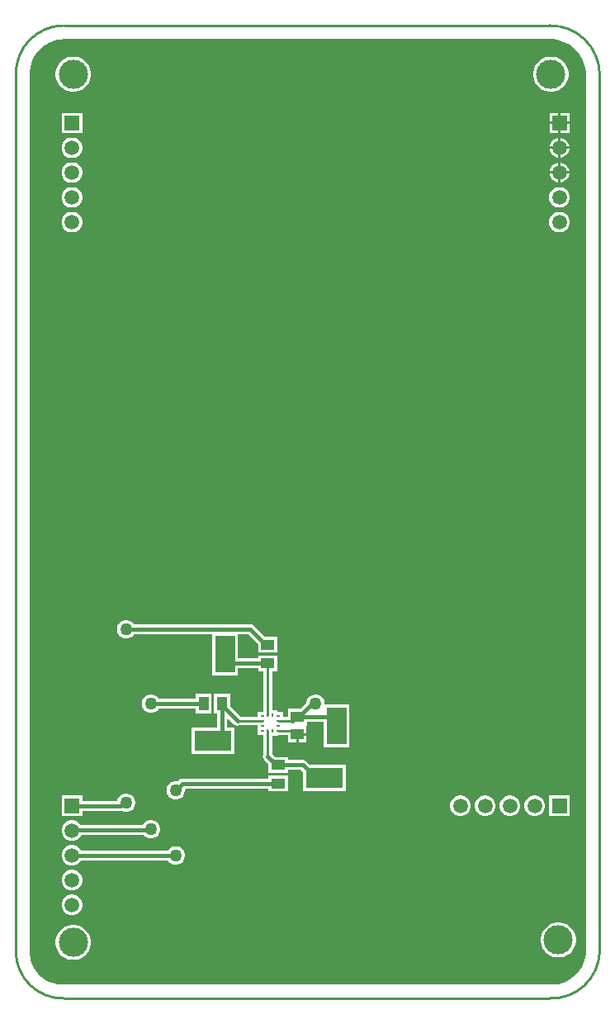
<source format=gtl>
G04*
G04 #@! TF.GenerationSoftware,Altium Limited,Altium Designer,22.6.1 (34)*
G04*
G04 Layer_Physical_Order=1*
G04 Layer_Color=255*
%FSLAX25Y25*%
%MOIN*%
G70*
G04*
G04 #@! TF.SameCoordinates,77978B21-DC67-4B61-947D-8792CEF4CC07*
G04*
G04*
G04 #@! TF.FilePolarity,Positive*
G04*
G01*
G75*
%ADD12C,0.01000*%
%ADD13R,0.07992X0.14961*%
%ADD14R,0.14961X0.07992*%
%ADD15R,0.05433X0.04331*%
%ADD16R,0.01102X0.01614*%
%ADD17R,0.01614X0.01102*%
%ADD18R,0.03976X0.05433*%
%ADD19R,0.05433X0.03976*%
%ADD30C,0.01500*%
%ADD31R,0.05906X0.05906*%
%ADD32C,0.05906*%
%ADD33R,0.05906X0.05906*%
%ADD34C,0.11811*%
%ADD35C,0.05000*%
G36*
X19980Y388157D02*
X216035Y388156D01*
X216067Y388160D01*
X216098Y388157D01*
X217050Y388168D01*
X218923Y387945D01*
X220751Y387480D01*
X222503Y386780D01*
X224148Y385857D01*
X225658Y384728D01*
X227009Y383411D01*
X228176Y381929D01*
X229139Y380308D01*
X229883Y378574D01*
X230394Y376758D01*
X230664Y374892D01*
X230676Y373981D01*
Y19793D01*
X230644Y18981D01*
X230336Y17186D01*
X229796Y15446D01*
X229034Y13791D01*
X228062Y12249D01*
X226898Y10848D01*
X225561Y9611D01*
X224074Y8558D01*
X222462Y7709D01*
X220753Y7077D01*
X218976Y6674D01*
X217162Y6505D01*
X216251Y6540D01*
X216155Y6531D01*
X216058Y6544D01*
X19685Y6545D01*
X19652Y6540D01*
X19619Y6544D01*
X18734Y6532D01*
X16991Y6739D01*
X15290Y7170D01*
X13659Y7821D01*
X12128Y8678D01*
X10721Y9728D01*
X9463Y10953D01*
X8376Y12331D01*
X7478Y13839D01*
X6785Y15452D01*
X6308Y17141D01*
X6056Y18878D01*
X6044Y19722D01*
Y374016D01*
X6040Y374048D01*
X6044Y374080D01*
X6033Y375000D01*
X6247Y376808D01*
X6696Y378573D01*
X7371Y380263D01*
X8262Y381852D01*
X9352Y383311D01*
X10623Y384614D01*
X12053Y385741D01*
X13618Y386672D01*
X15291Y387390D01*
X17044Y387884D01*
X18846Y388145D01*
X19756Y388157D01*
X19863Y388172D01*
X19980Y388157D01*
D02*
G37*
%LPC*%
G36*
X217235Y381121D02*
X215836D01*
X214463Y380848D01*
X213170Y380313D01*
X212006Y379535D01*
X211016Y378545D01*
X210239Y377381D01*
X209703Y376088D01*
X209430Y374716D01*
Y373316D01*
X209703Y371943D01*
X210239Y370650D01*
X211016Y369486D01*
X212006Y368496D01*
X213170Y367719D01*
X214463Y367183D01*
X215836Y366910D01*
X217235D01*
X218608Y367183D01*
X219901Y367719D01*
X221065Y368496D01*
X222055Y369486D01*
X222832Y370650D01*
X223368Y371943D01*
X223641Y373316D01*
Y374716D01*
X223368Y376088D01*
X222832Y377381D01*
X222055Y378545D01*
X221065Y379535D01*
X219901Y380313D01*
X218608Y380848D01*
X217235Y381121D01*
D02*
G37*
G36*
X24322D02*
X22922D01*
X21549Y380848D01*
X20256Y380313D01*
X19093Y379535D01*
X18103Y378545D01*
X17325Y377381D01*
X16790Y376088D01*
X16517Y374716D01*
Y373316D01*
X16790Y371943D01*
X17325Y370650D01*
X18103Y369486D01*
X19093Y368496D01*
X20256Y367719D01*
X21549Y367183D01*
X22922Y366910D01*
X24322D01*
X25695Y367183D01*
X26988Y367719D01*
X28152Y368496D01*
X29141Y369486D01*
X29919Y370650D01*
X30454Y371943D01*
X30728Y373316D01*
Y374716D01*
X30454Y376088D01*
X29919Y377381D01*
X29141Y378545D01*
X28152Y379535D01*
X26988Y380313D01*
X25695Y380848D01*
X24322Y381121D01*
D02*
G37*
G36*
X223925Y358283D02*
X220472D01*
Y354831D01*
X223925D01*
Y358283D01*
D02*
G37*
G36*
X219472D02*
X216020D01*
Y354831D01*
X219472D01*
Y358283D01*
D02*
G37*
G36*
X223925Y353831D02*
X220472D01*
Y350378D01*
X223925D01*
Y353831D01*
D02*
G37*
G36*
X219472D02*
X216020D01*
Y350378D01*
X219472D01*
Y353831D01*
D02*
G37*
G36*
X27275Y358484D02*
X18969D01*
Y350178D01*
X27275D01*
Y358484D01*
D02*
G37*
G36*
X220493Y348284D02*
X220472D01*
Y344831D01*
X223925D01*
Y344851D01*
X223656Y345856D01*
X223135Y346758D01*
X222399Y347494D01*
X221498Y348014D01*
X220493Y348284D01*
D02*
G37*
G36*
X219472D02*
X219452D01*
X218447Y348014D01*
X217545Y347494D01*
X216810Y346758D01*
X216289Y345856D01*
X216020Y344851D01*
Y344831D01*
X219472D01*
Y348284D01*
D02*
G37*
G36*
X223925Y343831D02*
X220472D01*
Y340378D01*
X220493D01*
X221498Y340647D01*
X222399Y341168D01*
X223135Y341904D01*
X223656Y342805D01*
X223925Y343810D01*
Y343831D01*
D02*
G37*
G36*
X219472D02*
X216020D01*
Y343810D01*
X216289Y342805D01*
X216810Y341904D01*
X217545Y341168D01*
X218447Y340647D01*
X219452Y340378D01*
X219472D01*
Y343831D01*
D02*
G37*
G36*
X23669Y348483D02*
X22575D01*
X21519Y348200D01*
X20572Y347654D01*
X19799Y346881D01*
X19252Y345934D01*
X18969Y344877D01*
Y343784D01*
X19252Y342728D01*
X19799Y341781D01*
X20572Y341008D01*
X21519Y340461D01*
X22575Y340178D01*
X23669D01*
X24725Y340461D01*
X25672Y341008D01*
X26445Y341781D01*
X26992Y342728D01*
X27275Y343784D01*
Y344877D01*
X26992Y345934D01*
X26445Y346881D01*
X25672Y347654D01*
X24725Y348200D01*
X23669Y348483D01*
D02*
G37*
G36*
X220493Y338283D02*
X220472D01*
Y334831D01*
X223925D01*
Y334851D01*
X223656Y335856D01*
X223135Y336758D01*
X222399Y337494D01*
X221498Y338014D01*
X220493Y338283D01*
D02*
G37*
G36*
X219472D02*
X219452D01*
X218447Y338014D01*
X217545Y337494D01*
X216810Y336758D01*
X216289Y335856D01*
X216020Y334851D01*
Y334831D01*
X219472D01*
Y338283D01*
D02*
G37*
G36*
X223925Y333831D02*
X220472D01*
Y330378D01*
X220493D01*
X221498Y330647D01*
X222399Y331168D01*
X223135Y331904D01*
X223656Y332805D01*
X223925Y333810D01*
Y333831D01*
D02*
G37*
G36*
X219472D02*
X216020D01*
Y333810D01*
X216289Y332805D01*
X216810Y331904D01*
X217545Y331168D01*
X218447Y330647D01*
X219452Y330378D01*
X219472D01*
Y333831D01*
D02*
G37*
G36*
X23669Y338484D02*
X22575D01*
X21519Y338200D01*
X20572Y337654D01*
X19799Y336881D01*
X19252Y335934D01*
X18969Y334877D01*
Y333784D01*
X19252Y332728D01*
X19799Y331781D01*
X20572Y331008D01*
X21519Y330461D01*
X22575Y330178D01*
X23669D01*
X24725Y330461D01*
X25672Y331008D01*
X26445Y331781D01*
X26992Y332728D01*
X27275Y333784D01*
Y334877D01*
X26992Y335934D01*
X26445Y336881D01*
X25672Y337654D01*
X24725Y338200D01*
X23669Y338484D01*
D02*
G37*
G36*
X220519Y328484D02*
X219426D01*
X218370Y328201D01*
X217423Y327654D01*
X216649Y326881D01*
X216103Y325934D01*
X215820Y324877D01*
Y323784D01*
X216103Y322728D01*
X216649Y321781D01*
X217423Y321008D01*
X218370Y320461D01*
X219426Y320178D01*
X220519D01*
X221575Y320461D01*
X222522Y321008D01*
X223295Y321781D01*
X223842Y322728D01*
X224125Y323784D01*
Y324877D01*
X223842Y325934D01*
X223295Y326881D01*
X222522Y327654D01*
X221575Y328201D01*
X220519Y328484D01*
D02*
G37*
G36*
X23669D02*
X22575D01*
X21519Y328201D01*
X20572Y327654D01*
X19799Y326881D01*
X19252Y325934D01*
X18969Y324877D01*
Y323784D01*
X19252Y322728D01*
X19799Y321781D01*
X20572Y321008D01*
X21519Y320461D01*
X22575Y320178D01*
X23669D01*
X24725Y320461D01*
X25672Y321008D01*
X26445Y321781D01*
X26992Y322728D01*
X27275Y323784D01*
Y324877D01*
X26992Y325934D01*
X26445Y326881D01*
X25672Y327654D01*
X24725Y328201D01*
X23669Y328484D01*
D02*
G37*
G36*
X220519Y318483D02*
X219426D01*
X218370Y318200D01*
X217423Y317654D01*
X216649Y316881D01*
X216103Y315934D01*
X215820Y314877D01*
Y313784D01*
X216103Y312728D01*
X216649Y311781D01*
X217423Y311008D01*
X218370Y310461D01*
X219426Y310178D01*
X220519D01*
X221575Y310461D01*
X222522Y311008D01*
X223295Y311781D01*
X223842Y312728D01*
X224125Y313784D01*
Y314877D01*
X223842Y315934D01*
X223295Y316881D01*
X222522Y317654D01*
X221575Y318200D01*
X220519Y318483D01*
D02*
G37*
G36*
X23669D02*
X22575D01*
X21519Y318200D01*
X20572Y317654D01*
X19799Y316881D01*
X19252Y315934D01*
X18969Y314877D01*
Y313784D01*
X19252Y312728D01*
X19799Y311781D01*
X20572Y311008D01*
X21519Y310461D01*
X22575Y310178D01*
X23669D01*
X24725Y310461D01*
X25672Y311008D01*
X26445Y311781D01*
X26992Y312728D01*
X27275Y313784D01*
Y314877D01*
X26992Y315934D01*
X26445Y316881D01*
X25672Y317654D01*
X24725Y318200D01*
X23669Y318483D01*
D02*
G37*
G36*
X45487Y153700D02*
X44513D01*
X43572Y153448D01*
X42728Y152961D01*
X42039Y152272D01*
X41552Y151428D01*
X41300Y150487D01*
Y149513D01*
X41552Y148572D01*
X42039Y147728D01*
X42728Y147039D01*
X43572Y146552D01*
X44513Y146300D01*
X45487D01*
X46428Y146552D01*
X47272Y147039D01*
X47961Y147728D01*
X48125Y148012D01*
X79804D01*
Y131320D01*
X90196D01*
Y134272D01*
X98308D01*
Y133072D01*
X100491D01*
Y117263D01*
X100473D01*
Y116751D01*
X97993D01*
Y114765D01*
X91059D01*
X86928Y118895D01*
Y123916D01*
X80552D01*
Y116084D01*
X81752D01*
Y110196D01*
X71320D01*
Y99804D01*
X88680D01*
Y110196D01*
X85728D01*
Y113818D01*
X86190Y114010D01*
X88574Y111626D01*
X89219Y111195D01*
X89980Y111043D01*
X90741Y111195D01*
X90896Y111298D01*
X97993D01*
Y107343D01*
X100473D01*
Y106832D01*
X100491D01*
Y99636D01*
X100388Y99481D01*
X100236Y98721D01*
X100388Y97960D01*
X100819Y97315D01*
X102501Y95632D01*
Y92068D01*
X110334D01*
Y93268D01*
X115436D01*
X116320Y92384D01*
Y84804D01*
X133680D01*
Y95196D01*
X119131D01*
X117666Y96662D01*
X117021Y97093D01*
X116260Y97244D01*
X110334D01*
Y98444D01*
X105313D01*
X103958Y99799D01*
Y106832D01*
X105944D01*
Y107061D01*
X106331Y107378D01*
X106417Y107361D01*
X110476D01*
Y104413D01*
X113693D01*
Y107579D01*
X114193D01*
Y108079D01*
X117909D01*
Y110744D01*
X117909D01*
X118060Y111182D01*
X118109D01*
Y112559D01*
X124804D01*
Y102383D01*
X135196D01*
Y119743D01*
X125216D01*
Y120487D01*
X124964Y121428D01*
X124477Y122272D01*
X123788Y122961D01*
X122944Y123448D01*
X122003Y123700D01*
X121029D01*
X120088Y123448D01*
X119244Y122961D01*
X118555Y122272D01*
X118068Y121428D01*
X117816Y120487D01*
Y120431D01*
X115298Y117913D01*
X110276D01*
Y114765D01*
X108424D01*
Y116751D01*
X105944D01*
Y117263D01*
X103958D01*
Y133072D01*
X106141D01*
Y139448D01*
X98308D01*
Y138248D01*
X90196D01*
Y148012D01*
X94413D01*
X98308Y144117D01*
Y140552D01*
X106141D01*
Y146928D01*
X101120D01*
X96642Y151406D01*
X95997Y151837D01*
X95236Y151988D01*
X48125D01*
X47961Y152272D01*
X47272Y152961D01*
X46428Y153448D01*
X45487Y153700D01*
D02*
G37*
G36*
X79448Y123916D02*
X73072D01*
Y121988D01*
X58125D01*
X57961Y122272D01*
X57272Y122961D01*
X56428Y123448D01*
X55487Y123700D01*
X54513D01*
X53572Y123448D01*
X52728Y122961D01*
X52039Y122272D01*
X51552Y121428D01*
X51300Y120487D01*
Y119513D01*
X51552Y118572D01*
X52039Y117728D01*
X52728Y117039D01*
X53572Y116552D01*
X54513Y116300D01*
X55487D01*
X56428Y116552D01*
X57272Y117039D01*
X57961Y117728D01*
X58125Y118012D01*
X73072D01*
Y116084D01*
X79448D01*
Y123916D01*
D02*
G37*
G36*
X117909Y107079D02*
X114693D01*
Y104413D01*
X117909D01*
Y107079D01*
D02*
G37*
G36*
X110334Y90964D02*
X102501D01*
Y89764D01*
X67776D01*
X67015Y89612D01*
X66370Y89181D01*
X65803Y88615D01*
X65487Y88700D01*
X64513D01*
X63572Y88448D01*
X62728Y87961D01*
X62039Y87272D01*
X61552Y86428D01*
X61300Y85487D01*
Y84513D01*
X61552Y83572D01*
X62039Y82728D01*
X62728Y82039D01*
X63572Y81552D01*
X64513Y81300D01*
X65487D01*
X66428Y81552D01*
X67272Y82039D01*
X67961Y82728D01*
X68448Y83572D01*
X68700Y84513D01*
Y85487D01*
X68930Y85787D01*
X102501D01*
Y84587D01*
X110334D01*
Y90964D01*
D02*
G37*
G36*
X45487Y83700D02*
X44513D01*
X43572Y83448D01*
X42728Y82961D01*
X42039Y82272D01*
X41552Y81428D01*
X41365Y80728D01*
X27275D01*
Y82893D01*
X18969D01*
Y74587D01*
X27275D01*
Y76752D01*
X42793D01*
X43115Y76816D01*
X43572Y76552D01*
X44513Y76300D01*
X45487D01*
X46428Y76552D01*
X47272Y77039D01*
X47961Y77728D01*
X48448Y78572D01*
X48700Y79513D01*
Y80487D01*
X48448Y81428D01*
X47961Y82272D01*
X47272Y82961D01*
X46428Y83448D01*
X45487Y83700D01*
D02*
G37*
G36*
X224113Y82881D02*
X215808D01*
Y74576D01*
X224113D01*
Y82881D01*
D02*
G37*
G36*
X210507D02*
X209414D01*
X208358Y82598D01*
X207411Y82051D01*
X206638Y81278D01*
X206091Y80331D01*
X205808Y79275D01*
Y78182D01*
X206091Y77126D01*
X206638Y76178D01*
X207411Y75405D01*
X208358Y74859D01*
X209414Y74576D01*
X210507D01*
X211563Y74859D01*
X212510Y75405D01*
X213284Y76178D01*
X213830Y77126D01*
X214113Y78182D01*
Y79275D01*
X213830Y80331D01*
X213284Y81278D01*
X212510Y82051D01*
X211563Y82598D01*
X210507Y82881D01*
D02*
G37*
G36*
X200507D02*
X199414D01*
X198358Y82598D01*
X197411Y82051D01*
X196638Y81278D01*
X196091Y80331D01*
X195808Y79275D01*
Y78182D01*
X196091Y77126D01*
X196638Y76178D01*
X197411Y75405D01*
X198358Y74859D01*
X199414Y74576D01*
X200507D01*
X201564Y74859D01*
X202510Y75405D01*
X203284Y76178D01*
X203830Y77126D01*
X204113Y78182D01*
Y79275D01*
X203830Y80331D01*
X203284Y81278D01*
X202510Y82051D01*
X201564Y82598D01*
X200507Y82881D01*
D02*
G37*
G36*
X190507D02*
X189414D01*
X188358Y82598D01*
X187411Y82051D01*
X186638Y81278D01*
X186091Y80331D01*
X185808Y79275D01*
Y78182D01*
X186091Y77126D01*
X186638Y76178D01*
X187411Y75405D01*
X188358Y74859D01*
X189414Y74576D01*
X190507D01*
X191563Y74859D01*
X192510Y75405D01*
X193284Y76178D01*
X193830Y77126D01*
X194113Y78182D01*
Y79275D01*
X193830Y80331D01*
X193284Y81278D01*
X192510Y82051D01*
X191563Y82598D01*
X190507Y82881D01*
D02*
G37*
G36*
X180507D02*
X179414D01*
X178358Y82598D01*
X177411Y82051D01*
X176638Y81278D01*
X176091Y80331D01*
X175808Y79275D01*
Y78182D01*
X176091Y77126D01*
X176638Y76178D01*
X177411Y75405D01*
X178358Y74859D01*
X179414Y74576D01*
X180507D01*
X181563Y74859D01*
X182510Y75405D01*
X183284Y76178D01*
X183830Y77126D01*
X184113Y78182D01*
Y79275D01*
X183830Y80331D01*
X183284Y81278D01*
X182510Y82051D01*
X181563Y82598D01*
X180507Y82881D01*
D02*
G37*
G36*
X55487Y72987D02*
X54513D01*
X53572Y72735D01*
X52728Y72248D01*
X52039Y71559D01*
X51718Y71002D01*
X26612D01*
X26445Y71290D01*
X25672Y72063D01*
X24725Y72610D01*
X23669Y72893D01*
X22575D01*
X21519Y72610D01*
X20572Y72063D01*
X19799Y71290D01*
X19252Y70343D01*
X18969Y69287D01*
Y68193D01*
X19252Y67137D01*
X19799Y66190D01*
X20572Y65417D01*
X21519Y64870D01*
X22575Y64587D01*
X23669D01*
X24725Y64870D01*
X25672Y65417D01*
X26445Y66190D01*
X26927Y67025D01*
X52033D01*
X52039Y67015D01*
X52728Y66326D01*
X53572Y65839D01*
X54513Y65587D01*
X55487D01*
X56428Y65839D01*
X57272Y66326D01*
X57961Y67015D01*
X58448Y67859D01*
X58700Y68800D01*
Y69774D01*
X58448Y70715D01*
X57961Y71559D01*
X57272Y72248D01*
X56428Y72735D01*
X55487Y72987D01*
D02*
G37*
G36*
X23669Y62893D02*
X22575D01*
X21519Y62610D01*
X20572Y62063D01*
X19799Y61290D01*
X19252Y60343D01*
X18969Y59287D01*
Y58193D01*
X19252Y57137D01*
X19799Y56190D01*
X20572Y55417D01*
X21519Y54870D01*
X22575Y54587D01*
X23669D01*
X24725Y54870D01*
X25672Y55417D01*
X26445Y56190D01*
X26769Y56752D01*
X61875D01*
X62039Y56468D01*
X62728Y55779D01*
X63572Y55292D01*
X64513Y55040D01*
X65487D01*
X66428Y55292D01*
X67272Y55779D01*
X67961Y56468D01*
X68448Y57312D01*
X68700Y58253D01*
Y59227D01*
X68448Y60168D01*
X67961Y61012D01*
X67272Y61701D01*
X66428Y62188D01*
X65487Y62440D01*
X64513D01*
X63572Y62188D01*
X62728Y61701D01*
X62039Y61012D01*
X61875Y60728D01*
X26769D01*
X26445Y61290D01*
X25672Y62063D01*
X24725Y62610D01*
X23669Y62893D01*
D02*
G37*
G36*
Y52893D02*
X22575D01*
X21519Y52610D01*
X20572Y52063D01*
X19799Y51290D01*
X19252Y50343D01*
X18969Y49287D01*
Y48193D01*
X19252Y47137D01*
X19799Y46190D01*
X20572Y45417D01*
X21519Y44870D01*
X22575Y44587D01*
X23669D01*
X24725Y44870D01*
X25672Y45417D01*
X26445Y46190D01*
X26992Y47137D01*
X27275Y48193D01*
Y49287D01*
X26992Y50343D01*
X26445Y51290D01*
X25672Y52063D01*
X24725Y52610D01*
X23669Y52893D01*
D02*
G37*
G36*
Y42893D02*
X22575D01*
X21519Y42610D01*
X20572Y42063D01*
X19799Y41290D01*
X19252Y40343D01*
X18969Y39287D01*
Y38193D01*
X19252Y37137D01*
X19799Y36190D01*
X20572Y35417D01*
X21519Y34870D01*
X22575Y34587D01*
X23669D01*
X24725Y34870D01*
X25672Y35417D01*
X26445Y36190D01*
X26992Y37137D01*
X27275Y38193D01*
Y39287D01*
X26992Y40343D01*
X26445Y41290D01*
X25672Y42063D01*
X24725Y42610D01*
X23669Y42893D01*
D02*
G37*
G36*
X220235Y31728D02*
X218836D01*
X217463Y31455D01*
X216170Y30919D01*
X215006Y30141D01*
X214016Y29151D01*
X213239Y27988D01*
X212703Y26695D01*
X212430Y25322D01*
Y23922D01*
X212703Y22549D01*
X213239Y21256D01*
X214016Y20092D01*
X215006Y19103D01*
X216170Y18325D01*
X217463Y17790D01*
X218836Y17516D01*
X220235D01*
X221608Y17790D01*
X222901Y18325D01*
X224065Y19103D01*
X225055Y20092D01*
X225832Y21256D01*
X226368Y22549D01*
X226641Y23922D01*
Y25322D01*
X226368Y26695D01*
X225832Y27988D01*
X225055Y29151D01*
X224065Y30141D01*
X222901Y30919D01*
X221608Y31455D01*
X220235Y31728D01*
D02*
G37*
G36*
X24322Y30728D02*
X22922D01*
X21549Y30454D01*
X20256Y29919D01*
X19093Y29141D01*
X18103Y28152D01*
X17325Y26988D01*
X16790Y25695D01*
X16517Y24322D01*
Y22922D01*
X16790Y21549D01*
X17325Y20256D01*
X18103Y19093D01*
X19093Y18103D01*
X20256Y17325D01*
X21549Y16790D01*
X22922Y16517D01*
X24322D01*
X25695Y16790D01*
X26988Y17325D01*
X28152Y18103D01*
X29141Y19093D01*
X29919Y20256D01*
X30454Y21549D01*
X30728Y22922D01*
Y24322D01*
X30454Y25695D01*
X29919Y26988D01*
X29141Y28152D01*
X28152Y29141D01*
X26988Y29919D01*
X25695Y30454D01*
X24322Y30728D01*
D02*
G37*
%LPD*%
D12*
X102224Y98721D02*
Y108839D01*
X106417Y113031D02*
X112126D01*
X89980D02*
X100000D01*
X102224Y115256D02*
Y136260D01*
X106417Y109095D02*
X112126D01*
X19685Y393701D02*
G03*
X500Y374016I250J-19435D01*
G01*
X236221D02*
G03*
X216035Y393701I-19935J-250D01*
G01*
Y1000D02*
G03*
X236221Y19685I750J19435D01*
G01*
X500D02*
G03*
X19685Y1000I18935J250D01*
G01*
X236221Y19685D02*
Y374016D01*
X19685Y1000D02*
X19685D01*
X216035D01*
X20000Y393701D02*
X216035D01*
X500Y19685D02*
Y374016D01*
D13*
X85000Y140000D02*
D03*
X130000Y111063D02*
D03*
D14*
X125000Y90000D02*
D03*
X80000Y105000D02*
D03*
D15*
X114193Y107579D02*
D03*
Y114547D02*
D03*
D16*
X102224Y115256D02*
D03*
X104193D02*
D03*
Y108839D02*
D03*
X102224D02*
D03*
D17*
X106417Y115000D02*
D03*
Y113031D02*
D03*
Y111063D02*
D03*
Y109095D02*
D03*
X100000D02*
D03*
Y111063D02*
D03*
Y113031D02*
D03*
Y115000D02*
D03*
D18*
X76260Y120000D02*
D03*
X83740D02*
D03*
D19*
X106417Y87776D02*
D03*
Y95256D02*
D03*
X102224Y143740D02*
D03*
Y136260D02*
D03*
D30*
X105689Y95256D02*
X106417D01*
X102224Y98721D02*
X105689Y95256D01*
X42793Y78740D02*
X44053Y80000D01*
X45000D01*
X23122Y78740D02*
X42793D01*
X95236Y150000D02*
X101496Y143740D01*
X102224D01*
X45000Y150000D02*
X95236D01*
X85000Y139506D02*
X88246Y136260D01*
X102224D01*
X85000Y139506D02*
Y140000D01*
X54727Y69014D02*
X55000Y69287D01*
X23122Y68740D02*
X23395Y69014D01*
X54727D01*
X55000Y120000D02*
X76260D01*
X83740Y119272D02*
Y120000D01*
Y108246D02*
Y119272D01*
X80000Y105000D02*
X80494D01*
X83740Y108246D01*
X114744Y114547D02*
X126754D01*
X114744D02*
X119527Y119330D01*
X120846D01*
X121516Y120000D01*
X114193Y114547D02*
X114744D01*
X113642D02*
X114193D01*
X112126Y113031D02*
X113642Y114547D01*
X83740Y119272D02*
X89980Y113031D01*
X112126Y109095D02*
X113642Y107579D01*
X114193D01*
X130000Y111063D02*
Y111301D01*
X126754Y114547D02*
X130000Y111301D01*
X106417Y95256D02*
X116260D01*
X121516Y90000D01*
X125000D01*
X23122Y58740D02*
X65000D01*
X67776Y87776D02*
X106417D01*
X65000Y85000D02*
X67776Y87776D01*
D31*
X219972Y354331D02*
D03*
X23122D02*
D03*
Y78740D02*
D03*
D32*
X219972Y344331D02*
D03*
Y334331D02*
D03*
Y324331D02*
D03*
Y314331D02*
D03*
X23122Y344331D02*
D03*
Y334331D02*
D03*
Y324331D02*
D03*
Y314331D02*
D03*
X209961Y78728D02*
D03*
X199961D02*
D03*
X189961D02*
D03*
X179961D02*
D03*
X23122Y38740D02*
D03*
Y48740D02*
D03*
Y58740D02*
D03*
Y68740D02*
D03*
D33*
X219961Y78728D02*
D03*
D34*
X216535Y374016D02*
D03*
X219535Y24622D02*
D03*
X23622Y374016D02*
D03*
Y23622D02*
D03*
D35*
X65000Y58740D02*
D03*
X45000Y80000D02*
D03*
Y150000D02*
D03*
X55000Y69287D02*
D03*
Y120000D02*
D03*
X121516D02*
D03*
X65000Y85000D02*
D03*
M02*

</source>
